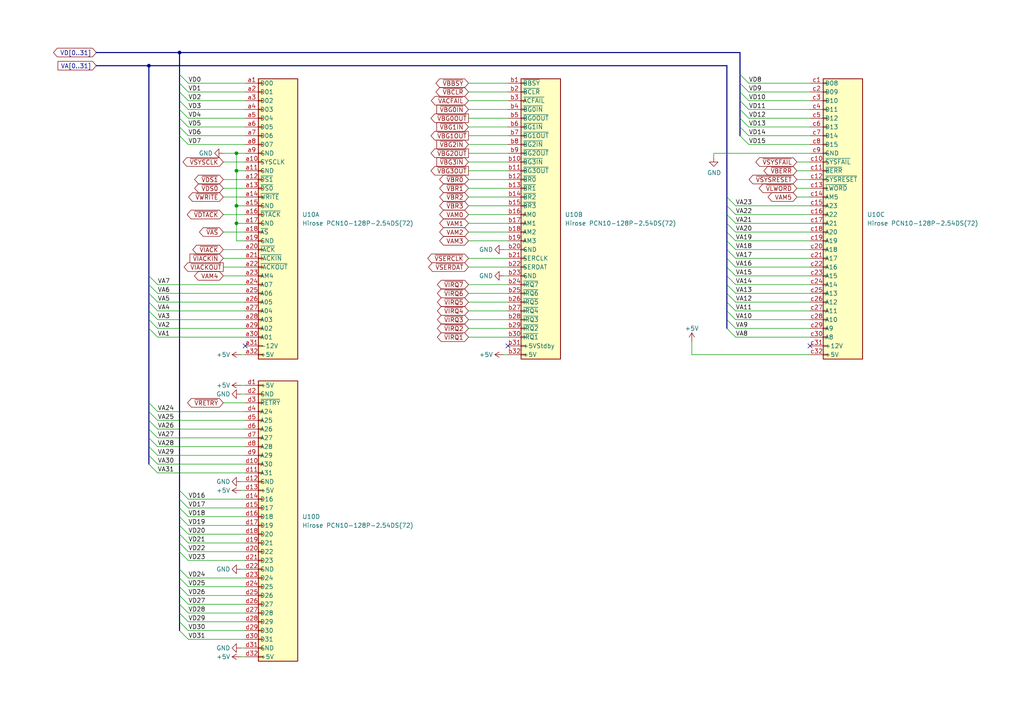
<source format=kicad_sch>
(kicad_sch (version 20230121) (generator eeschema)
  (paper "A4")
  (title_block (title "BigBoy") (rev "1"))
  (lib_symbols
    (symbol "Computie_Connectors:VME64-P1-4R-NS"
      (property "Reference" "U" (at 0 40.64 0))
      (property "Value" "VME64-P1-4R-NS" (at 0 40.64 0))
      (symbol "VME64-P1-4R-NS_1_1"
        (rectangle (start -1.27 -40.513) (end 0 -40.767) (stroke (width 0.1524)))
        (rectangle (start -1.27 -37.973) (end 0 -38.227) (stroke (width 0.1524)))
        (rectangle (start -1.27 -35.433) (end 0 -35.687) (stroke (width 0.1524)))
        (rectangle (start -1.27 -32.893) (end 0 -33.147) (stroke (width 0.1524)))
        (rectangle (start -1.27 -30.353) (end 0 -30.607) (stroke (width 0.1524)))
        (rectangle (start -1.27 -27.813) (end 0 -28.067) (stroke (width 0.1524)))
        (rectangle (start -1.27 -25.273) (end 0 -25.527) (stroke (width 0.1524)))
        (rectangle (start -1.27 -22.733) (end 0 -22.987) (stroke (width 0.1524)))
        (rectangle (start -1.27 -20.193) (end 0 -20.447) (stroke (width 0.1524)))
        (rectangle (start -1.27 -17.653) (end 0 -17.907) (stroke (width 0.1524)))
        (rectangle (start -1.27 -15.113) (end 0 -15.367) (stroke (width 0.1524)))
        (rectangle (start -1.27 -12.573) (end 0 -12.827) (stroke (width 0.1524)))
        (rectangle (start -1.27 -10.033) (end 0 -10.287) (stroke (width 0.1524)))
        (rectangle (start -1.27 -7.493) (end 0 -7.747) (stroke (width 0.1524)))
        (rectangle (start -1.27 -4.953) (end 0 -5.207) (stroke (width 0.1524)))
        (rectangle (start -1.27 -2.413) (end 0 -2.667) (stroke (width 0.1524)))
        (rectangle (start -1.27 0.127) (end 0 -0.127) (stroke (width 0.1524)))
        (rectangle (start -1.27 2.667) (end 0 2.413) (stroke (width 0.1524)))
        (rectangle (start -1.27 5.207) (end 0 4.953) (stroke (width 0.1524)))
        (rectangle (start -1.27 7.747) (end 0 7.493) (stroke (width 0.1524)))
        (rectangle (start -1.27 10.287) (end 0 10.033) (stroke (width 0.1524)))
        (rectangle (start -1.27 12.827) (end 0 12.573) (stroke (width 0.1524)))
        (rectangle (start -1.27 15.367) (end 0 15.113) (stroke (width 0.1524)))
        (rectangle (start -1.27 17.907) (end 0 17.653) (stroke (width 0.1524)))
        (rectangle (start -1.27 20.447) (end 0 20.193) (stroke (width 0.1524)))
        (rectangle (start -1.27 22.987) (end 0 22.733) (stroke (width 0.1524)))
        (rectangle (start -1.27 25.527) (end 0 25.273) (stroke (width 0.1524)))
        (rectangle (start -1.27 28.067) (end 0 27.813) (stroke (width 0.1524)))
        (rectangle (start -1.27 30.607) (end 0 30.353) (stroke (width 0.1524)))
        (rectangle (start -1.27 33.147) (end 0 32.893) (stroke (width 0.1524)))
        (rectangle (start -1.27 35.687) (end 0 35.433) (stroke (width 0.1524)))
        (rectangle (start -1.27 38.227) (end 0 37.973) (stroke (width 0.1524)))
        (rectangle (start -1.27 39.37) (end 10.16 -41.91) (stroke (width 0.254)) (fill (type background)))
        (pin bidirectional line (at -5.08 38.1 0) (length 3.81) (name "D00") (number "a1"))
        (pin output line (at -5.08 15.24 0) (length 3.81) (name "SYSCLK") (number "a10"))
        (pin power_in line (at -5.08 12.7 0) (length 3.81) (name "GND") (number "a11"))
        (pin bidirectional line (at -5.08 10.16 0) (length 3.81) (name "~{DS1}") (number "a12"))
        (pin bidirectional line (at -5.08 7.62 0) (length 3.81) (name "~{DS0}") (number "a13"))
        (pin bidirectional line (at -5.08 5.08 0) (length 3.81) (name "~{WRITE}") (number "a14"))
        (pin power_in line (at -5.08 2.54 0) (length 3.81) (name "GND") (number "a15"))
        (pin bidirectional line (at -5.08 0 0) (length 3.81) (name "~{DTACK}") (number "a16"))
        (pin power_in line (at -5.08 -2.54 0) (length 3.81) (name "GND") (number "a17"))
        (pin bidirectional line (at -5.08 -5.08 0) (length 3.81) (name "~{AS}") (number "a18"))
        (pin power_in line (at -5.08 -7.62 0) (length 3.81) (name "GND") (number "a19"))
        (pin bidirectional line (at -5.08 35.56 0) (length 3.81) (name "D01") (number "a2"))
        (pin bidirectional line (at -5.08 -10.16 0) (length 3.81) (name "~{IACK}") (number "a20"))
        (pin input line (at -5.08 -12.7 0) (length 3.81) (name "~{IACKIN}") (number "a21"))
        (pin output line (at -5.08 -15.24 0) (length 3.81) (name "~{IACKOUT}") (number "a22"))
        (pin bidirectional line (at -5.08 -17.78 0) (length 3.81) (name "AM4") (number "a23"))
        (pin bidirectional line (at -5.08 -20.32 0) (length 3.81) (name "A07") (number "a24"))
        (pin bidirectional line (at -5.08 -22.86 0) (length 3.81) (name "A06") (number "a25"))
        (pin bidirectional line (at -5.08 -25.4 0) (length 3.81) (name "A05") (number "a26"))
        (pin bidirectional line (at -5.08 -27.94 0) (length 3.81) (name "A04") (number "a27"))
        (pin bidirectional line (at -5.08 -30.48 0) (length 3.81) (name "A03") (number "a28"))
        (pin bidirectional line (at -5.08 -33.02 0) (length 3.81) (name "A02") (number "a29"))
        (pin bidirectional line (at -5.08 33.02 0) (length 3.81) (name "D02") (number "a3"))
        (pin bidirectional line (at -5.08 -35.56 0) (length 3.81) (name "A01") (number "a30"))
        (pin power_in line (at -5.08 -38.1 0) (length 3.81) (name "-12V") (number "a31"))
        (pin power_in line (at -5.08 -40.64 0) (length 3.81) (name "+5V") (number "a32"))
        (pin bidirectional line (at -5.08 30.48 0) (length 3.81) (name "D03") (number "a4"))
        (pin bidirectional line (at -5.08 27.94 0) (length 3.81) (name "D04") (number "a5"))
        (pin bidirectional line (at -5.08 25.4 0) (length 3.81) (name "D05") (number "a6"))
        (pin bidirectional line (at -5.08 22.86 0) (length 3.81) (name "D06") (number "a7"))
        (pin bidirectional line (at -5.08 20.32 0) (length 3.81) (name "D07") (number "a8"))
        (pin power_in line (at -5.08 17.78 0) (length 3.81) (name "GND") (number "a9"))
      )
      (symbol "VME64-P1-4R-NS_2_1"
        (rectangle (start -1.27 -40.513) (end 0 -40.767) (stroke (width 0.1524)))
        (rectangle (start -1.27 -37.973) (end 0 -38.227) (stroke (width 0.1524)))
        (rectangle (start -1.27 -35.433) (end 0 -35.687) (stroke (width 0.1524)))
        (rectangle (start -1.27 -32.893) (end 0 -33.147) (stroke (width 0.1524)))
        (rectangle (start -1.27 -30.353) (end 0 -30.607) (stroke (width 0.1524)))
        (rectangle (start -1.27 -27.813) (end 0 -28.067) (stroke (width 0.1524)))
        (rectangle (start -1.27 -25.273) (end 0 -25.527) (stroke (width 0.1524)))
        (rectangle (start -1.27 -22.733) (end 0 -22.987) (stroke (width 0.1524)))
        (rectangle (start -1.27 -20.193) (end 0 -20.447) (stroke (width 0.1524)))
        (rectangle (start -1.27 -17.653) (end 0 -17.907) (stroke (width 0.1524)))
        (rectangle (start -1.27 -15.113) (end 0 -15.367) (stroke (width 0.1524)))
        (rectangle (start -1.27 -12.573) (end 0 -12.827) (stroke (width 0.1524)))
        (rectangle (start -1.27 -10.033) (end 0 -10.287) (stroke (width 0.1524)))
        (rectangle (start -1.27 -7.493) (end 0 -7.747) (stroke (width 0.1524)))
        (rectangle (start -1.27 -4.953) (end 0 -5.207) (stroke (width 0.1524)))
        (rectangle (start -1.27 -2.413) (end 0 -2.667) (stroke (width 0.1524)))
        (rectangle (start -1.27 0.127) (end 0 -0.127) (stroke (width 0.1524)))
        (rectangle (start -1.27 2.667) (end 0 2.413) (stroke (width 0.1524)))
        (rectangle (start -1.27 5.207) (end 0 4.953) (stroke (width 0.1524)))
        (rectangle (start -1.27 7.747) (end 0 7.493) (stroke (width 0.1524)))
        (rectangle (start -1.27 10.287) (end 0 10.033) (stroke (width 0.1524)))
        (rectangle (start -1.27 12.827) (end 0 12.573) (stroke (width 0.1524)))
        (rectangle (start -1.27 15.367) (end 0 15.113) (stroke (width 0.1524)))
        (rectangle (start -1.27 17.907) (end 0 17.653) (stroke (width 0.1524)))
        (rectangle (start -1.27 20.447) (end 0 20.193) (stroke (width 0.1524)))
        (rectangle (start -1.27 22.987) (end 0 22.733) (stroke (width 0.1524)))
        (rectangle (start -1.27 25.527) (end 0 25.273) (stroke (width 0.1524)))
        (rectangle (start -1.27 28.067) (end 0 27.813) (stroke (width 0.1524)))
        (rectangle (start -1.27 30.607) (end 0 30.353) (stroke (width 0.1524)))
        (rectangle (start -1.27 33.147) (end 0 32.893) (stroke (width 0.1524)))
        (rectangle (start -1.27 35.687) (end 0 35.433) (stroke (width 0.1524)))
        (rectangle (start -1.27 38.227) (end 0 37.973) (stroke (width 0.1524)))
        (rectangle (start -1.27 39.37) (end 10.16 -41.91) (stroke (width 0.254)) (fill (type background)))
        (pin bidirectional line (at -5.08 38.1 0) (length 3.81) (name "~{BBSY}") (number "b1"))
        (pin input line (at -5.08 15.24 0) (length 3.81) (name "~{BG3IN}") (number "b10"))
        (pin output line (at -5.08 12.7 0) (length 3.81) (name "~{BG3OUT}") (number "b11"))
        (pin bidirectional line (at -5.08 10.16 0) (length 3.81) (name "~{BR0}") (number "b12"))
        (pin bidirectional line (at -5.08 7.62 0) (length 3.81) (name "~{BR1}") (number "b13"))
        (pin bidirectional line (at -5.08 5.08 0) (length 3.81) (name "~{BR2}") (number "b14"))
        (pin bidirectional line (at -5.08 2.54 0) (length 3.81) (name "~{BR3}") (number "b15"))
        (pin bidirectional line (at -5.08 0 0) (length 3.81) (name "AM0") (number "b16"))
        (pin bidirectional line (at -5.08 -2.54 0) (length 3.81) (name "AM1") (number "b17"))
        (pin bidirectional line (at -5.08 -5.08 0) (length 3.81) (name "AM2") (number "b18"))
        (pin bidirectional line (at -5.08 -7.62 0) (length 3.81) (name "AM3") (number "b19"))
        (pin bidirectional line (at -5.08 35.56 0) (length 3.81) (name "~{BCLR}") (number "b2"))
        (pin power_in line (at -5.08 -10.16 0) (length 3.81) (name "GND") (number "b20"))
        (pin bidirectional line (at -5.08 -12.7 0) (length 3.81) (name "SERCLK") (number "b21"))
        (pin bidirectional line (at -5.08 -15.24 0) (length 3.81) (name "SERDAT") (number "b22"))
        (pin power_in line (at -5.08 -17.78 0) (length 3.81) (name "GND") (number "b23"))
        (pin bidirectional line (at -5.08 -20.32 0) (length 3.81) (name "~{IRQ7}") (number "b24"))
        (pin bidirectional line (at -5.08 -22.86 0) (length 3.81) (name "~{IRQ6}") (number "b25"))
        (pin bidirectional line (at -5.08 -25.4 0) (length 3.81) (name "~{IRQ5}") (number "b26"))
        (pin bidirectional line (at -5.08 -27.94 0) (length 3.81) (name "~{IRQ4}") (number "b27"))
        (pin bidirectional line (at -5.08 -30.48 0) (length 3.81) (name "~{IRQ3}") (number "b28"))
        (pin bidirectional line (at -5.08 -33.02 0) (length 3.81) (name "~{IRQ2}") (number "b29"))
        (pin output line (at -5.08 33.02 0) (length 3.81) (name "~{ACFAIL}") (number "b3"))
        (pin bidirectional line (at -5.08 -35.56 0) (length 3.81) (name "~{IRQ1}") (number "b30"))
        (pin power_in line (at -5.08 -38.1 0) (length 3.81) (name "+5VStdby") (number "b31"))
        (pin power_in line (at -5.08 -40.64 0) (length 3.81) (name "+5V") (number "b32"))
        (pin input line (at -5.08 30.48 0) (length 3.81) (name "~{BG0IN}") (number "b4"))
        (pin output line (at -5.08 27.94 0) (length 3.81) (name "~{BG0OUT}") (number "b5"))
        (pin input line (at -5.08 25.4 0) (length 3.81) (name "~{BG1IN}") (number "b6"))
        (pin output line (at -5.08 22.86 0) (length 3.81) (name "~{BG1OUT}") (number "b7"))
        (pin input line (at -5.08 20.32 0) (length 3.81) (name "~{BG2IN}") (number "b8"))
        (pin output line (at -5.08 17.78 0) (length 3.81) (name "~{BG2OUT}") (number "b9"))
      )
      (symbol "VME64-P1-4R-NS_3_1"
        (rectangle (start -1.27 -40.513) (end 0 -40.767) (stroke (width 0.1524)))
        (rectangle (start -1.27 -37.973) (end 0 -38.227) (stroke (width 0.1524)))
        (rectangle (start -1.27 -35.433) (end 0 -35.687) (stroke (width 0.1524)))
        (rectangle (start -1.27 -32.893) (end 0 -33.147) (stroke (width 0.1524)))
        (rectangle (start -1.27 -30.353) (end 0 -30.607) (stroke (width 0.1524)))
        (rectangle (start -1.27 -27.813) (end 0 -28.067) (stroke (width 0.1524)))
        (rectangle (start -1.27 -25.273) (end 0 -25.527) (stroke (width 0.1524)))
        (rectangle (start -1.27 -22.733) (end 0 -22.987) (stroke (width 0.1524)))
        (rectangle (start -1.27 -20.193) (end 0 -20.447) (stroke (width 0.1524)))
        (rectangle (start -1.27 -17.653) (end 0 -17.907) (stroke (width 0.1524)))
        (rectangle (start -1.27 -15.113) (end 0 -15.367) (stroke (width 0.1524)))
        (rectangle (start -1.27 -12.573) (end 0 -12.827) (stroke (width 0.1524)))
        (rectangle (start -1.27 -10.033) (end 0 -10.287) (stroke (width 0.1524)))
        (rectangle (start -1.27 -7.493) (end 0 -7.747) (stroke (width 0.1524)))
        (rectangle (start -1.27 -4.953) (end 0 -5.207) (stroke (width 0.1524)))
        (rectangle (start -1.27 -2.413) (end 0 -2.667) (stroke (width 0.1524)))
        (rectangle (start -1.27 0.127) (end 0 -0.127) (stroke (width 0.1524)))
        (rectangle (start -1.27 2.667) (end 0 2.413) (stroke (width 0.1524)))
        (rectangle (start -1.27 5.207) (end 0 4.953) (stroke (width 0.1524)))
        (rectangle (start -1.27 7.747) (end 0 7.493) (stroke (width 0.1524)))
        (rectangle (start -1.27 10.287) (end 0 10.033) (stroke (width 0.1524)))
        (rectangle (start -1.27 12.827) (end 0 12.573) (stroke (width 0.1524)))
        (rectangle (start -1.27 15.367) (end 0 15.113) (stroke (width 0.1524)))
        (rectangle (start -1.27 17.907) (end 0 17.653) (stroke (width 0.1524)))
        (rectangle (start -1.27 20.447) (end 0 20.193) (stroke (width 0.1524)))
        (rectangle (start -1.27 22.987) (end 0 22.733) (stroke (width 0.1524)))
        (rectangle (start -1.27 25.527) (end 0 25.273) (stroke (width 0.1524)))
        (rectangle (start -1.27 28.067) (end 0 27.813) (stroke (width 0.1524)))
        (rectangle (start -1.27 30.607) (end 0 30.353) (stroke (width 0.1524)))
        (rectangle (start -1.27 33.147) (end 0 32.893) (stroke (width 0.1524)))
        (rectangle (start -1.27 35.687) (end 0 35.433) (stroke (width 0.1524)))
        (rectangle (start -1.27 38.227) (end 0 37.973) (stroke (width 0.1524)))
        (rectangle (start -1.27 39.37) (end 10.16 -41.91) (stroke (width 0.254)) (fill (type background)))
        (pin bidirectional line (at -5.08 38.1 0) (length 3.81) (name "D08") (number "c1"))
        (pin bidirectional line (at -5.08 15.24 0) (length 3.81) (name "~{SYSFAIL}") (number "c10"))
        (pin bidirectional line (at -5.08 12.7 0) (length 3.81) (name "~{BERR}") (number "c11"))
        (pin bidirectional line (at -5.08 10.16 0) (length 3.81) (name "~{SYSRESET}") (number "c12"))
        (pin bidirectional line (at -5.08 7.62 0) (length 3.81) (name "~{LWORD}") (number "c13"))
        (pin bidirectional line (at -5.08 5.08 0) (length 3.81) (name "AM5") (number "c14"))
        (pin bidirectional line (at -5.08 2.54 0) (length 3.81) (name "A23") (number "c15"))
        (pin bidirectional line (at -5.08 0 0) (length 3.81) (name "A22") (number "c16"))
        (pin bidirectional line (at -5.08 -2.54 0) (length 3.81) (name "A21") (number "c17"))
        (pin bidirectional line (at -5.08 -5.08 0) (length 3.81) (name "A20") (number "c18"))
        (pin bidirectional line (at -5.08 -7.62 0) (length 3.81) (name "A19") (number "c19"))
        (pin bidirectional line (at -5.08 35.56 0) (length 3.81) (name "D09") (number "c2"))
        (pin bidirectional line (at -5.08 -10.16 0) (length 3.81) (name "A18") (number "c20"))
        (pin bidirectional line (at -5.08 -12.7 0) (length 3.81) (name "A17") (number "c21"))
        (pin bidirectional line (at -5.08 -15.24 0) (length 3.81) (name "A16") (number "c22"))
        (pin bidirectional line (at -5.08 -17.78 0) (length 3.81) (name "A15") (number "c23"))
        (pin bidirectional line (at -5.08 -20.32 0) (length 3.81) (name "A14") (number "c24"))
        (pin bidirectional line (at -5.08 -22.86 0) (length 3.81) (name "A13") (number "c25"))
        (pin bidirectional line (at -5.08 -25.4 0) (length 3.81) (name "A12") (number "c26"))
        (pin bidirectional line (at -5.08 -27.94 0) (length 3.81) (name "A11") (number "c27"))
        (pin bidirectional line (at -5.08 -30.48 0) (length 3.81) (name "A10") (number "c28"))
        (pin bidirectional line (at -5.08 -33.02 0) (length 3.81) (name "A9") (number "c29"))
        (pin bidirectional line (at -5.08 33.02 0) (length 3.81) (name "D10") (number "c3"))
        (pin bidirectional line (at -5.08 -35.56 0) (length 3.81) (name "A8") (number "c30"))
        (pin power_in line (at -5.08 -38.1 0) (length 3.81) (name "+12V") (number "c31"))
        (pin power_in line (at -5.08 -40.64 0) (length 3.81) (name "+5V") (number "c32"))
        (pin bidirectional line (at -5.08 30.48 0) (length 3.81) (name "D11") (number "c4"))
        (pin bidirectional line (at -5.08 27.94 0) (length 3.81) (name "D12") (number "c5"))
        (pin bidirectional line (at -5.08 25.4 0) (length 3.81) (name "D13") (number "c6"))
        (pin bidirectional line (at -5.08 22.86 0) (length 3.81) (name "D14") (number "c7"))
        (pin bidirectional line (at -5.08 20.32 0) (length 3.81) (name "D15") (number "c8"))
        (pin power_in line (at -5.08 17.78 0) (length 3.81) (name "GND") (number "c9"))
      )
      (symbol "VME64-P1-4R-NS_4_1"
        (rectangle (start -1.27 -40.513) (end 0 -40.767) (stroke (width 0.1524)))
        (rectangle (start -1.27 -37.973) (end 0 -38.227) (stroke (width 0.1524)))
        (rectangle (start -1.27 -35.433) (end 0 -35.687) (stroke (width 0.1524)))
        (rectangle (start -1.27 -32.893) (end 0 -33.147) (stroke (width 0.1524)))
        (rectangle (start -1.27 -30.353) (end 0 -30.607) (stroke (width 0.1524)))
        (rectangle (start -1.27 -27.813) (end 0 -28.067) (stroke (width 0.1524)))
        (rectangle (start -1.27 -25.273) (end 0 -25.527) (stroke (width 0.1524)))
        (rectangle (start -1.27 -22.733) (end 0 -22.987) (stroke (width 0.1524)))
        (rectangle (start -1.27 -20.193) (end 0 -20.447) (stroke (width 0.1524)))
        (rectangle (start -1.27 -17.653) (end 0 -17.907) (stroke (width 0.1524)))
        (rectangle (start -1.27 -15.113) (end 0 -15.367) (stroke (width 0.1524)))
        (rectangle (start -1.27 -12.573) (end 0 -12.827) (stroke (width 0.1524)))
        (rectangle (start -1.27 -10.033) (end 0 -10.287) (stroke (width 0.1524)))
        (rectangle (start -1.27 -7.493) (end 0 -7.747) (stroke (width 0.1524)))
        (rectangle (start -1.27 -4.953) (end 0 -5.207) (stroke (width 0.1524)))
        (rectangle (start -1.27 -2.413) (end 0 -2.667) (stroke (width 0.1524)))
        (rectangle (start -1.27 0.127) (end 0 -0.127) (stroke (width 0.1524)))
        (rectangle (start -1.27 2.667) (end 0 2.413) (stroke (width 0.1524)))
        (rectangle (start -1.27 5.207) (end 0 4.953) (stroke (width 0.1524)))
        (rectangle (start -1.27 7.747) (end 0 7.493) (stroke (width 0.1524)))
        (rectangle (start -1.27 10.287) (end 0 10.033) (stroke (width 0.1524)))
        (rectangle (start -1.27 12.827) (end 0 12.573) (stroke (width 0.1524)))
        (rectangle (start -1.27 15.367) (end 0 15.113) (stroke (width 0.1524)))
        (rectangle (start -1.27 17.907) (end 0 17.653) (stroke (width 0.1524)))
        (rectangle (start -1.27 20.447) (end 0 20.193) (stroke (width 0.1524)))
        (rectangle (start -1.27 22.987) (end 0 22.733) (stroke (width 0.1524)))
        (rectangle (start -1.27 25.527) (end 0 25.273) (stroke (width 0.1524)))
        (rectangle (start -1.27 28.067) (end 0 27.813) (stroke (width 0.1524)))
        (rectangle (start -1.27 30.607) (end 0 30.353) (stroke (width 0.1524)))
        (rectangle (start -1.27 33.147) (end 0 32.893) (stroke (width 0.1524)))
        (rectangle (start -1.27 35.687) (end 0 35.433) (stroke (width 0.1524)))
        (rectangle (start -1.27 38.227) (end 0 37.973) (stroke (width 0.1524)))
        (rectangle (start -1.27 39.37) (end 10.16 -41.91) (stroke (width 0.254)) (fill (type background)))
        (pin power_in line (at -5.08 38.1 0) (length 3.81) (name "+5V") (number "d1"))
        (pin bidirectional line (at -5.08 15.24 0) (length 3.81) (name "A30") (number "d10"))
        (pin bidirectional line (at -5.08 12.7 0) (length 3.81) (name "A31") (number "d11"))
        (pin power_in line (at -5.08 10.16 0) (length 3.81) (name "GND") (number "d12"))
        (pin power_in line (at -5.08 7.62 0) (length 3.81) (name "+5V") (number "d13"))
        (pin bidirectional line (at -5.08 5.08 0) (length 3.81) (name "D16") (number "d14"))
        (pin bidirectional line (at -5.08 2.54 0) (length 3.81) (name "D17") (number "d15"))
        (pin bidirectional line (at -5.08 0 0) (length 3.81) (name "D18") (number "d16"))
        (pin bidirectional line (at -5.08 -2.54 0) (length 3.81) (name "D19") (number "d17"))
        (pin bidirectional line (at -5.08 -5.08 0) (length 3.81) (name "D20") (number "d18"))
        (pin bidirectional line (at -5.08 -7.62 0) (length 3.81) (name "D21") (number "d19"))
        (pin power_in line (at -5.08 35.56 0) (length 3.81) (name "GND") (number "d2"))
        (pin bidirectional line (at -5.08 -10.16 0) (length 3.81) (name "D22") (number "d20"))
        (pin bidirectional line (at -5.08 -12.7 0) (length 3.81) (name "D23") (number "d21"))
        (pin power_in line (at -5.08 -15.24 0) (length 3.81) (name "GND") (number "d22"))
        (pin bidirectional line (at -5.08 -17.78 0) (length 3.81) (name "D24") (number "d23"))
        (pin bidirectional line (at -5.08 -20.32 0) (length 3.81) (name "D25") (number "d24"))
        (pin bidirectional line (at -5.08 -22.86 0) (length 3.81) (name "D26") (number "d25"))
        (pin bidirectional line (at -5.08 -25.4 0) (length 3.81) (name "D27") (number "d26"))
        (pin bidirectional line (at -5.08 -27.94 0) (length 3.81) (name "D28") (number "d27"))
        (pin bidirectional line (at -5.08 -30.48 0) (length 3.81) (name "D29") (number "d28"))
        (pin bidirectional line (at -5.08 -33.02 0) (length 3.81) (name "D30") (number "d29"))
        (pin bidirectional line (at -5.08 33.02 0) (length 3.81) (name "~{RETRY}") (number "d3"))
        (pin bidirectional line (at -5.08 -35.56 0) (length 3.81) (name "D31") (number "d30"))
        (pin power_in line (at -5.08 -38.1 0) (length 3.81) (name "GND") (number "d31"))
        (pin power_in line (at -5.08 -40.64 0) (length 3.81) (name "+5V") (number "d32"))
        (pin bidirectional line (at -5.08 30.48 0) (length 3.81) (name "A24") (number "d4"))
        (pin bidirectional line (at -5.08 27.94 0) (length 3.81) (name "A25") (number "d5"))
        (pin bidirectional line (at -5.08 25.4 0) (length 3.81) (name "A26") (number "d6"))
        (pin bidirectional line (at -5.08 22.86 0) (length 3.81) (name "A27") (number "d7"))
        (pin bidirectional line (at -5.08 20.32 0) (length 3.81) (name "A28") (number "d8"))
        (pin bidirectional line (at -5.08 17.78 0) (length 3.81) (name "A29") (number "d9"))
      )
    )
    (symbol "power:+5V" (power) (pin_names (offset 0))
      (property "Value" "+5V" (at 0 3.556 0))
      (symbol "+5V_0_1"
        (polyline (pts (xy -0.762 1.27) (xy 0 2.54)))
        (polyline (pts (xy 0 0) (xy 0 2.54)))
        (polyline (pts (xy 0 2.54) (xy 0.762 1.27)))
      )
      (symbol "+5V_1_1"
        (pin power_in line (at 0 0 90) (length 0) hide (name "+5V") (number "1"))
      )
    )
    (symbol "power:GND" (power) (pin_names (offset 0))
      (property "Value" "GND" (at 0 -3.81 0))
      (symbol "GND_0_1"
        (polyline (pts (xy 0 0) (xy 0 -1.27) (xy 1.27 -1.27) (xy 0 -2.54) (xy -1.27 -1.27) (xy 0 -1.27)))
      )
      (symbol "GND_1_1"
        (pin power_in line (at 0 0 270) (length 0) hide (name "GND") (number "1"))
      )
    )
  )
  (junction (at 68.58 59.69))
  (junction (at 68.58 64.77))
  (junction (at 68.58 49.53))
  (junction (at 68.58 44.45))
  (junction (at 52.07 15.24))
  (junction (at 43.18 19.05))
  (no_connect (at 234.95 100.33))
  (no_connect (at 71.12 100.33))
  (no_connect (at 147.32 100.33))
  (bus_entry (at 217.17 24.13) (size -2.54 -2.54))
  (bus_entry (at 45.72 124.46) (size -2.54 -2.54))
  (bus_entry (at 54.61 162.56) (size -2.54 -2.54))
  (bus_entry (at 217.17 41.91) (size -2.54 -2.54))
  (bus_entry (at 54.61 36.83) (size -2.54 -2.54))
  (bus_entry (at 54.61 182.88) (size -2.54 -2.54))
  (bus_entry (at 45.72 85.09) (size -2.54 -2.54))
  (bus_entry (at 45.72 95.25) (size -2.54 -2.54))
  (bus_entry (at 213.36 62.23) (size -2.54 -2.54))
  (bus_entry (at 54.61 144.78) (size -2.54 -2.54))
  (bus_entry (at 213.36 90.17) (size -2.54 -2.54))
  (bus_entry (at 45.72 82.55) (size -2.54 -2.54))
  (bus_entry (at 54.61 177.8) (size -2.54 -2.54))
  (bus_entry (at 213.36 59.69) (size -2.54 -2.54))
  (bus_entry (at 54.61 170.18) (size -2.54 -2.54))
  (bus_entry (at 45.72 137.16) (size -2.54 -2.54))
  (bus_entry (at 213.36 95.25) (size -2.54 -2.54))
  (bus_entry (at 213.36 74.93) (size -2.54 -2.54))
  (bus_entry (at 213.36 64.77) (size -2.54 -2.54))
  (bus_entry (at 217.17 39.37) (size -2.54 -2.54))
  (bus_entry (at 213.36 69.85) (size -2.54 -2.54))
  (bus_entry (at 217.17 34.29) (size -2.54 -2.54))
  (bus_entry (at 54.61 167.64) (size -2.54 -2.54))
  (bus_entry (at 54.61 147.32) (size -2.54 -2.54))
  (bus_entry (at 54.61 157.48) (size -2.54 -2.54))
  (bus_entry (at 45.72 121.92) (size -2.54 -2.54))
  (bus_entry (at 213.36 67.31) (size -2.54 -2.54))
  (bus_entry (at 45.72 92.71) (size -2.54 -2.54))
  (bus_entry (at 45.72 134.62) (size -2.54 -2.54))
  (bus_entry (at 54.61 149.86) (size -2.54 -2.54))
  (bus_entry (at 54.61 172.72) (size -2.54 -2.54))
  (bus_entry (at 54.61 24.13) (size -2.54 -2.54))
  (bus_entry (at 217.17 29.21) (size -2.54 -2.54))
  (bus_entry (at 54.61 39.37) (size -2.54 -2.54))
  (bus_entry (at 213.36 97.79) (size -2.54 -2.54))
  (bus_entry (at 54.61 41.91) (size -2.54 -2.54))
  (bus_entry (at 54.61 160.02) (size -2.54 -2.54))
  (bus_entry (at 45.72 87.63) (size -2.54 -2.54))
  (bus_entry (at 54.61 154.94) (size -2.54 -2.54))
  (bus_entry (at 54.61 31.75) (size -2.54 -2.54))
  (bus_entry (at 54.61 175.26) (size -2.54 -2.54))
  (bus_entry (at 45.72 90.17) (size -2.54 -2.54))
  (bus_entry (at 54.61 34.29) (size -2.54 -2.54))
  (bus_entry (at 213.36 77.47) (size -2.54 -2.54))
  (bus_entry (at 54.61 180.34) (size -2.54 -2.54))
  (bus_entry (at 217.17 36.83) (size -2.54 -2.54))
  (bus_entry (at 45.72 129.54) (size -2.54 -2.54))
  (bus_entry (at 213.36 80.01) (size -2.54 -2.54))
  (bus_entry (at 213.36 72.39) (size -2.54 -2.54))
  (bus_entry (at 54.61 26.67) (size -2.54 -2.54))
  (bus_entry (at 213.36 87.63) (size -2.54 -2.54))
  (bus_entry (at 213.36 85.09) (size -2.54 -2.54))
  (bus_entry (at 45.72 127) (size -2.54 -2.54))
  (bus_entry (at 45.72 97.79) (size -2.54 -2.54))
  (bus_entry (at 217.17 26.67) (size -2.54 -2.54))
  (bus_entry (at 217.17 31.75) (size -2.54 -2.54))
  (bus_entry (at 213.36 92.71) (size -2.54 -2.54))
  (bus_entry (at 45.72 119.38) (size -2.54 -2.54))
  (bus_entry (at 45.72 132.08) (size -2.54 -2.54))
  (bus_entry (at 54.61 29.21) (size -2.54 -2.54))
  (bus_entry (at 54.61 185.42) (size -2.54 -2.54))
  (bus_entry (at 213.36 82.55) (size -2.54 -2.54))
  (bus_entry (at 54.61 152.4) (size -2.54 -2.54))
  (wire (pts (xy 54.61 39.37) (xy 71.12 39.37)))
  (bus (pts (xy 43.18 127) (xy 43.18 129.54)))
  (wire (pts (xy 64.77 46.99) (xy 71.12 46.99)))
  (wire (pts (xy 69.85 102.87) (xy 71.12 102.87)))
  (bus (pts (xy 52.07 147.32) (xy 52.07 149.86)))
  (wire (pts (xy 54.61 154.94) (xy 71.12 154.94)))
  (wire (pts (xy 71.12 114.3) (xy 69.85 114.3)))
  (wire (pts (xy 54.61 180.34) (xy 71.12 180.34)))
  (wire (pts (xy 69.85 111.76) (xy 71.12 111.76)))
  (wire (pts (xy 64.77 74.93) (xy 71.12 74.93)))
  (wire (pts (xy 68.58 44.45) (xy 68.58 49.53)))
  (bus (pts (xy 52.07 177.8) (xy 52.07 180.34)))
  (wire (pts (xy 45.72 124.46) (xy 71.12 124.46)))
  (wire (pts (xy 213.36 62.23) (xy 234.95 62.23)))
  (bus (pts (xy 210.82 19.05) (xy 210.82 57.15)))
  (bus (pts (xy 43.18 129.54) (xy 43.18 132.08)))
  (wire (pts (xy 207.01 44.45) (xy 234.95 44.45)))
  (bus (pts (xy 214.63 31.75) (xy 214.63 34.29)))
  (wire (pts (xy 71.12 44.45) (xy 68.58 44.45)))
  (wire (pts (xy 135.89 24.13) (xy 147.32 24.13)))
  (wire (pts (xy 64.77 44.45) (xy 68.58 44.45)))
  (bus (pts (xy 52.07 21.59) (xy 52.07 24.13)))
  (wire (pts (xy 68.58 59.69) (xy 71.12 59.69)))
  (bus (pts (xy 210.82 87.63) (xy 210.82 90.17)))
  (wire (pts (xy 45.72 129.54) (xy 71.12 129.54)))
  (bus (pts (xy 210.82 90.17) (xy 210.82 92.71)))
  (wire (pts (xy 135.89 31.75) (xy 147.32 31.75)))
  (bus (pts (xy 210.82 82.55) (xy 210.82 85.09)))
  (wire (pts (xy 231.14 57.15) (xy 234.95 57.15)))
  (wire (pts (xy 135.89 87.63) (xy 147.32 87.63)))
  (bus (pts (xy 43.18 116.84) (xy 43.18 119.38)))
  (wire (pts (xy 217.17 39.37) (xy 234.95 39.37)))
  (wire (pts (xy 213.36 69.85) (xy 234.95 69.85)))
  (wire (pts (xy 213.36 92.71) (xy 234.95 92.71)))
  (wire (pts (xy 200.66 102.87) (xy 234.95 102.87)))
  (wire (pts (xy 68.58 69.85) (xy 71.12 69.85)))
  (wire (pts (xy 135.89 90.17) (xy 147.32 90.17)))
  (wire (pts (xy 213.36 85.09) (xy 234.95 85.09)))
  (bus (pts (xy 52.07 15.24) (xy 52.07 21.59)))
  (wire (pts (xy 54.61 167.64) (xy 71.12 167.64)))
  (wire (pts (xy 213.36 67.31) (xy 234.95 67.31)))
  (wire (pts (xy 213.36 72.39) (xy 234.95 72.39)))
  (wire (pts (xy 135.89 74.93) (xy 147.32 74.93)))
  (bus (pts (xy 210.82 80.01) (xy 210.82 82.55)))
  (wire (pts (xy 64.77 72.39) (xy 71.12 72.39)))
  (bus (pts (xy 52.07 170.18) (xy 52.07 172.72)))
  (wire (pts (xy 54.61 152.4) (xy 71.12 152.4)))
  (wire (pts (xy 231.14 46.99) (xy 234.95 46.99)))
  (bus (pts (xy 27.94 15.24) (xy 52.07 15.24)))
  (bus (pts (xy 210.82 64.77) (xy 210.82 67.31)))
  (bus (pts (xy 52.07 24.13) (xy 52.07 26.67)))
  (wire (pts (xy 64.77 67.31) (xy 71.12 67.31)))
  (wire (pts (xy 45.72 132.08) (xy 71.12 132.08)))
  (wire (pts (xy 45.72 134.62) (xy 71.12 134.62)))
  (wire (pts (xy 54.61 144.78) (xy 71.12 144.78)))
  (wire (pts (xy 68.58 64.77) (xy 68.58 69.85)))
  (wire (pts (xy 217.17 41.91) (xy 234.95 41.91)))
  (bus (pts (xy 43.18 95.25) (xy 43.18 92.71)))
  (wire (pts (xy 64.77 54.61) (xy 71.12 54.61)))
  (bus (pts (xy 43.18 119.38) (xy 43.18 121.92)))
  (wire (pts (xy 217.17 24.13) (xy 234.95 24.13)))
  (wire (pts (xy 45.72 92.71) (xy 71.12 92.71)))
  (wire (pts (xy 231.14 52.07) (xy 234.95 52.07)))
  (bus (pts (xy 52.07 26.67) (xy 52.07 29.21)))
  (wire (pts (xy 45.72 90.17) (xy 71.12 90.17)))
  (bus (pts (xy 52.07 142.24) (xy 52.07 144.78)))
  (wire (pts (xy 135.89 59.69) (xy 147.32 59.69)))
  (wire (pts (xy 45.72 85.09) (xy 71.12 85.09)))
  (bus (pts (xy 43.18 95.25) (xy 43.18 116.84)))
  (wire (pts (xy 54.61 41.91) (xy 71.12 41.91)))
  (wire (pts (xy 64.77 57.15) (xy 71.12 57.15)))
  (wire (pts (xy 135.89 26.67) (xy 147.32 26.67)))
  (wire (pts (xy 146.05 80.01) (xy 147.32 80.01)))
  (wire (pts (xy 217.17 34.29) (xy 234.95 34.29)))
  (bus (pts (xy 43.18 90.17) (xy 43.18 87.63)))
  (bus (pts (xy 214.63 29.21) (xy 214.63 31.75)))
  (wire (pts (xy 135.89 57.15) (xy 147.32 57.15)))
  (wire (pts (xy 54.61 162.56) (xy 71.12 162.56)))
  (wire (pts (xy 71.12 187.96) (xy 69.85 187.96)))
  (wire (pts (xy 135.89 82.55) (xy 147.32 82.55)))
  (wire (pts (xy 64.77 116.84) (xy 71.12 116.84)))
  (wire (pts (xy 135.89 69.85) (xy 147.32 69.85)))
  (wire (pts (xy 213.36 74.93) (xy 234.95 74.93)))
  (bus (pts (xy 210.82 72.39) (xy 210.82 74.93)))
  (wire (pts (xy 64.77 80.01) (xy 71.12 80.01)))
  (bus (pts (xy 52.07 167.64) (xy 52.07 170.18)))
  (bus (pts (xy 52.07 160.02) (xy 52.07 165.1)))
  (wire (pts (xy 146.05 72.39) (xy 147.32 72.39)))
  (bus (pts (xy 52.07 165.1) (xy 52.07 167.64)))
  (wire (pts (xy 213.36 80.01) (xy 234.95 80.01)))
  (wire (pts (xy 45.72 82.55) (xy 71.12 82.55)))
  (wire (pts (xy 135.89 44.45) (xy 147.32 44.45)))
  (bus (pts (xy 214.63 15.24) (xy 214.63 21.59)))
  (wire (pts (xy 135.89 52.07) (xy 147.32 52.07)))
  (wire (pts (xy 213.36 90.17) (xy 234.95 90.17)))
  (wire (pts (xy 135.89 97.79) (xy 147.32 97.79)))
  (wire (pts (xy 64.77 52.07) (xy 71.12 52.07)))
  (wire (pts (xy 71.12 64.77) (xy 68.58 64.77)))
  (wire (pts (xy 146.05 102.87) (xy 147.32 102.87)))
  (wire (pts (xy 217.17 36.83) (xy 234.95 36.83)))
  (bus (pts (xy 52.07 36.83) (xy 52.07 39.37)))
  (bus (pts (xy 43.18 19.05) (xy 210.82 19.05)))
  (wire (pts (xy 54.61 31.75) (xy 71.12 31.75)))
  (wire (pts (xy 200.66 99.06) (xy 200.66 102.87)))
  (wire (pts (xy 135.89 34.29) (xy 147.32 34.29)))
  (bus (pts (xy 210.82 57.15) (xy 210.82 59.69)))
  (wire (pts (xy 213.36 87.63) (xy 234.95 87.63)))
  (wire (pts (xy 69.85 139.7) (xy 71.12 139.7)))
  (bus (pts (xy 43.18 92.71) (xy 43.18 90.17)))
  (wire (pts (xy 231.14 54.61) (xy 234.95 54.61)))
  (wire (pts (xy 217.17 26.67) (xy 234.95 26.67)))
  (wire (pts (xy 54.61 149.86) (xy 71.12 149.86)))
  (wire (pts (xy 213.36 95.25) (xy 234.95 95.25)))
  (bus (pts (xy 43.18 82.55) (xy 43.18 85.09)))
  (wire (pts (xy 71.12 49.53) (xy 68.58 49.53)))
  (wire (pts (xy 45.72 121.92) (xy 71.12 121.92)))
  (wire (pts (xy 135.89 49.53) (xy 147.32 49.53)))
  (wire (pts (xy 135.89 64.77) (xy 147.32 64.77)))
  (wire (pts (xy 45.72 137.16) (xy 71.12 137.16)))
  (wire (pts (xy 45.72 87.63) (xy 71.12 87.63)))
  (wire (pts (xy 217.17 31.75) (xy 234.95 31.75)))
  (wire (pts (xy 54.61 172.72) (xy 71.12 172.72)))
  (bus (pts (xy 43.18 87.63) (xy 43.18 85.09)))
  (wire (pts (xy 135.89 85.09) (xy 147.32 85.09)))
  (wire (pts (xy 135.89 77.47) (xy 147.32 77.47)))
  (wire (pts (xy 64.77 77.47) (xy 71.12 77.47)))
  (bus (pts (xy 43.18 132.08) (xy 43.18 134.62)))
  (wire (pts (xy 135.89 41.91) (xy 147.32 41.91)))
  (bus (pts (xy 214.63 34.29) (xy 214.63 36.83)))
  (wire (pts (xy 45.72 119.38) (xy 71.12 119.38)))
  (bus (pts (xy 43.18 121.92) (xy 43.18 124.46)))
  (bus (pts (xy 210.82 69.85) (xy 210.82 72.39)))
  (wire (pts (xy 54.61 29.21) (xy 71.12 29.21)))
  (wire (pts (xy 213.36 82.55) (xy 234.95 82.55)))
  (wire (pts (xy 54.61 182.88) (xy 71.12 182.88)))
  (bus (pts (xy 210.82 74.93) (xy 210.82 77.47)))
  (wire (pts (xy 135.89 67.31) (xy 147.32 67.31)))
  (wire (pts (xy 54.61 26.67) (xy 71.12 26.67)))
  (bus (pts (xy 52.07 154.94) (xy 52.07 157.48)))
  (wire (pts (xy 69.85 165.1) (xy 71.12 165.1)))
  (wire (pts (xy 135.89 62.23) (xy 147.32 62.23)))
  (wire (pts (xy 54.61 160.02) (xy 71.12 160.02)))
  (wire (pts (xy 213.36 77.47) (xy 234.95 77.47)))
  (wire (pts (xy 135.89 39.37) (xy 147.32 39.37)))
  (wire (pts (xy 54.61 36.83) (xy 71.12 36.83)))
  (bus (pts (xy 52.07 152.4) (xy 52.07 154.94)))
  (wire (pts (xy 135.89 92.71) (xy 147.32 92.71)))
  (bus (pts (xy 52.07 31.75) (xy 52.07 34.29)))
  (wire (pts (xy 54.61 170.18) (xy 71.12 170.18)))
  (bus (pts (xy 52.07 15.24) (xy 214.63 15.24)))
  (bus (pts (xy 52.07 172.72) (xy 52.07 175.26)))
  (bus (pts (xy 210.82 77.47) (xy 210.82 80.01)))
  (bus (pts (xy 52.07 144.78) (xy 52.07 147.32)))
  (bus (pts (xy 43.18 80.01) (xy 43.18 82.55)))
  (wire (pts (xy 217.17 29.21) (xy 234.95 29.21)))
  (bus (pts (xy 210.82 59.69) (xy 210.82 62.23)))
  (bus (pts (xy 52.07 180.34) (xy 52.07 182.88)))
  (wire (pts (xy 64.77 62.23) (xy 71.12 62.23)))
  (wire (pts (xy 135.89 36.83) (xy 147.32 36.83)))
  (bus (pts (xy 210.82 92.71) (xy 210.82 95.25)))
  (wire (pts (xy 45.72 95.25) (xy 71.12 95.25)))
  (wire (pts (xy 135.89 54.61) (xy 147.32 54.61)))
  (wire (pts (xy 135.89 95.25) (xy 147.32 95.25)))
  (wire (pts (xy 54.61 147.32) (xy 71.12 147.32)))
  (bus (pts (xy 52.07 175.26) (xy 52.07 177.8)))
  (bus (pts (xy 52.07 29.21) (xy 52.07 31.75)))
  (wire (pts (xy 207.01 45.72) (xy 207.01 44.45)))
  (wire (pts (xy 54.61 185.42) (xy 71.12 185.42)))
  (bus (pts (xy 210.82 62.23) (xy 210.82 64.77)))
  (wire (pts (xy 231.14 49.53) (xy 234.95 49.53)))
  (bus (pts (xy 214.63 26.67) (xy 214.63 29.21)))
  (wire (pts (xy 68.58 59.69) (xy 68.58 64.77)))
  (wire (pts (xy 45.72 127) (xy 71.12 127)))
  (wire (pts (xy 54.61 24.13) (xy 71.12 24.13)))
  (wire (pts (xy 135.89 29.21) (xy 147.32 29.21)))
  (bus (pts (xy 43.18 19.05) (xy 43.18 80.01)))
  (wire (pts (xy 213.36 64.77) (xy 234.95 64.77)))
  (bus (pts (xy 210.82 67.31) (xy 210.82 69.85)))
  (bus (pts (xy 52.07 157.48) (xy 52.07 160.02)))
  (wire (pts (xy 54.61 157.48) (xy 71.12 157.48)))
  (bus (pts (xy 214.63 24.13) (xy 214.63 26.67)))
  (bus (pts (xy 210.82 85.09) (xy 210.82 87.63)))
  (wire (pts (xy 213.36 97.79) (xy 234.95 97.79)))
  (wire (pts (xy 45.72 97.79) (xy 71.12 97.79)))
  (bus (pts (xy 214.63 36.83) (xy 214.63 39.37)))
  (bus (pts (xy 52.07 39.37) (xy 52.07 142.24)))
  (bus (pts (xy 214.63 21.59) (xy 214.63 24.13)))
  (wire (pts (xy 68.58 49.53) (xy 68.58 59.69)))
  (bus (pts (xy 43.18 124.46) (xy 43.18 127)))
  (bus (pts (xy 52.07 34.29) (xy 52.07 36.83)))
  (wire (pts (xy 213.36 59.69) (xy 234.95 59.69)))
  (wire (pts (xy 54.61 34.29) (xy 71.12 34.29)))
  (bus (pts (xy 52.07 149.86) (xy 52.07 152.4)))
  (wire (pts (xy 54.61 177.8) (xy 71.12 177.8)))
  (wire (pts (xy 135.89 46.99) (xy 147.32 46.99)))
  (wire (pts (xy 69.85 190.5) (xy 71.12 190.5)))
  (wire (pts (xy 54.61 175.26) (xy 71.12 175.26)))
  (bus (pts (xy 27.94 19.05) (xy 43.18 19.05)))
  (wire (pts (xy 69.85 142.24) (xy 71.12 142.24)))
  (label "VD26" (at 54.61 172.72 0))
  (label "VD12" (at 217.17 34.29 0))
  (label "VA17" (at 213.36 74.93 0))
  (label "VD11" (at 217.17 31.75 0))
  (label "VD30" (at 54.61 182.88 0))
  (label "VD13" (at 217.17 36.83 0))
  (label "VD25" (at 54.61 170.18 0))
  (label "VA27" (at 45.72 127 0))
  (label "VA13" (at 213.36 85.09 0))
  (label "VA4" (at 45.72 90.17 0))
  (label "VA2" (at 45.72 95.25 0))
  (label "VA11" (at 213.36 90.17 0))
  (label "VD6" (at 54.61 39.37 0))
  (label "VD2" (at 54.61 29.21 0))
  (label "VD4" (at 54.61 34.29 0))
  (label "VA8" (at 213.36 97.79 0))
  (label "VA6" (at 45.72 85.09 0))
  (label "VD23" (at 54.61 162.56 0))
  (label "VA19" (at 213.36 69.85 0))
  (label "VA25" (at 45.72 121.92 0))
  (label "VA1" (at 45.72 97.79 0))
  (label "VA31" (at 45.72 137.16 0))
  (label "VA12" (at 213.36 87.63 0))
  (label "VD16" (at 54.61 144.78 0))
  (label "VD19" (at 54.61 152.4 0))
  (label "VA21" (at 213.36 64.77 0))
  (label "VA28" (at 45.72 129.54 0))
  (label "VD7" (at 54.61 41.91 0))
  (label "VA16" (at 213.36 77.47 0))
  (label "VA18" (at 213.36 72.39 0))
  (label "VD3" (at 54.61 31.75 0))
  (label "VD28" (at 54.61 177.8 0))
  (label "VD22" (at 54.61 160.02 0))
  (label "VD5" (at 54.61 36.83 0))
  (label "VA20" (at 213.36 67.31 0))
  (label "VD15" (at 217.17 41.91 0))
  (label "VA3" (at 45.72 92.71 0))
  (label "VA9" (at 213.36 95.25 0))
  (label "VA26" (at 45.72 124.46 0))
  (label "VA22" (at 213.36 62.23 0))
  (label "VA14" (at 213.36 82.55 0))
  (label "VD21" (at 54.61 157.48 0))
  (label "VA24" (at 45.72 119.38 0))
  (label "VA23" (at 213.36 59.69 0))
  (label "VA29" (at 45.72 132.08 0))
  (label "VD10" (at 217.17 29.21 0))
  (label "VD9" (at 217.17 26.67 0))
  (label "VD8" (at 217.17 24.13 0))
  (label "VA10" (at 213.36 92.71 0))
  (label "VD0" (at 54.61 24.13 0))
  (label "VD31" (at 54.61 185.42 0))
  (label "VD14" (at 217.17 39.37 0))
  (label "VD1" (at 54.61 26.67 0))
  (label "VD20" (at 54.61 154.94 0))
  (label "VD29" (at 54.61 180.34 0))
  (label "VD24" (at 54.61 167.64 0))
  (label "VA30" (at 45.72 134.62 0))
  (label "VD17" (at 54.61 147.32 0))
  (label "VD18" (at 54.61 149.86 0))
  (label "VA7" (at 45.72 82.55 0))
  (label "VA15" (at 213.36 80.01 0))
  (label "VA5" (at 45.72 87.63 0))
  (label "VD27" (at 54.61 175.26 0))
  (global_label "~{VSYSRESET}" (shape bidirectional) (at 231.14 52.07 180) (property "Intersheetrefs" "${INTERSHEET_REFS}" (effects hide)))
  (global_label "~{VSERCLK}" (shape bidirectional) (at 135.89 74.93 180) (property "Intersheetrefs" "${INTERSHEET_REFS}" (effects hide)))
  (global_label "VD[0..31]" (shape bidirectional) (at 27.94 15.24 180) (property "Intersheetrefs" "${INTERSHEET_REFS}" (effects hide)))
  (global_label "~{VLWORD}" (shape bidirectional) (at 231.14 54.61 180) (property "Intersheetrefs" "${INTERSHEET_REFS}" (effects hide)))
  (global_label "~{VDS0}" (shape bidirectional) (at 64.77 54.61 180) (property "Intersheetrefs" "${INTERSHEET_REFS}" (effects hide)))
  (global_label "~{VBG1IN}" (shape input) (at 135.89 36.83 180) (property "Intersheetrefs" "${INTERSHEET_REFS}" (effects hide)))
  (global_label "~{VBR0}" (shape bidirectional) (at 135.89 52.07 180) (property "Intersheetrefs" "${INTERSHEET_REFS}" (effects hide)))
  (global_label "~{VBCLR}" (shape bidirectional) (at 135.89 26.67 180) (property "Intersheetrefs" "${INTERSHEET_REFS}" (effects hide)))
  (global_label "~{VDTACK}" (shape bidirectional) (at 64.77 62.23 180) (property "Intersheetrefs" "${INTERSHEET_REFS}" (effects hide)))
  (global_label "~{VBR2}" (shape bidirectional) (at 135.89 57.15 180) (property "Intersheetrefs" "${INTERSHEET_REFS}" (effects hide)))
  (global_label "~{VBERR}" (shape bidirectional) (at 231.14 49.53 180) (property "Intersheetrefs" "${INTERSHEET_REFS}" (effects hide)))
  (global_label "~{VIRQ3}" (shape bidirectional) (at 135.89 92.71 180) (property "Intersheetrefs" "${INTERSHEET_REFS}" (effects hide)))
  (global_label "~{VIRQ7}" (shape bidirectional) (at 135.89 82.55 180) (property "Intersheetrefs" "${INTERSHEET_REFS}" (effects hide)))
  (global_label "~{VIRQ6}" (shape bidirectional) (at 135.89 85.09 180) (property "Intersheetrefs" "${INTERSHEET_REFS}" (effects hide)))
  (global_label "~{VBG0OUT}" (shape output) (at 135.89 34.29 180) (property "Intersheetrefs" "${INTERSHEET_REFS}" (effects hide)))
  (global_label "VAM5" (shape bidirectional) (at 231.14 57.15 180) (property "Intersheetrefs" "${INTERSHEET_REFS}" (effects hide)))
  (global_label "VAM4" (shape bidirectional) (at 64.77 80.01 180) (property "Intersheetrefs" "${INTERSHEET_REFS}" (effects hide)))
  (global_label "~{VBR1}" (shape bidirectional) (at 135.89 54.61 180) (property "Intersheetrefs" "${INTERSHEET_REFS}" (effects hide)))
  (global_label "~{VBG2IN}" (shape input) (at 135.89 41.91 180) (property "Intersheetrefs" "${INTERSHEET_REFS}" (effects hide)))
  (global_label "~{VIACKOUT}" (shape output) (at 64.77 77.47 180) (property "Intersheetrefs" "${INTERSHEET_REFS}" (effects hide)))
  (global_label "~{VIRQ4}" (shape bidirectional) (at 135.89 90.17 180) (property "Intersheetrefs" "${INTERSHEET_REFS}" (effects hide)))
  (global_label "~{VBG2OUT}" (shape output) (at 135.89 44.45 180) (property "Intersheetrefs" "${INTERSHEET_REFS}" (effects hide)))
  (global_label "~{VBBSY}" (shape bidirectional) (at 135.89 24.13 180) (property "Intersheetrefs" "${INTERSHEET_REFS}" (effects hide)))
  (global_label "VAM3" (shape bidirectional) (at 135.89 69.85 180) (property "Intersheetrefs" "${INTERSHEET_REFS}" (effects hide)))
  (global_label "~{VBG3IN}" (shape input) (at 135.89 46.99 180) (property "Intersheetrefs" "${INTERSHEET_REFS}" (effects hide)))
  (global_label "~{VAS}" (shape bidirectional) (at 64.77 67.31 180) (property "Intersheetrefs" "${INTERSHEET_REFS}" (effects hide)))
  (global_label "VAM0" (shape bidirectional) (at 135.89 62.23 180) (property "Intersheetrefs" "${INTERSHEET_REFS}" (effects hide)))
  (global_label "~{VIACKIN}" (shape input) (at 64.77 74.93 180) (property "Intersheetrefs" "${INTERSHEET_REFS}" (effects hide)))
  (global_label "~{VSYSFAIL}" (shape bidirectional) (at 231.14 46.99 180) (property "Intersheetrefs" "${INTERSHEET_REFS}" (effects hide)))
  (global_label "~{VACFAIL}" (shape bidirectional) (at 135.89 29.21 180) (property "Intersheetrefs" "${INTERSHEET_REFS}" (effects hide)))
  (global_label "VAM1" (shape bidirectional) (at 135.89 64.77 180) (property "Intersheetrefs" "${INTERSHEET_REFS}" (effects hide)))
  (global_label "~{VSYSCLK}" (shape bidirectional) (at 64.77 46.99 180) (property "Intersheetrefs" "${INTERSHEET_REFS}" (effects hide)))
  (global_label "~{VIACK}" (shape bidirectional) (at 64.77 72.39 180) (property "Intersheetrefs" "${INTERSHEET_REFS}" (effects hide)))
  (global_label "~{VBG1OUT}" (shape output) (at 135.89 39.37 180) (property "Intersheetrefs" "${INTERSHEET_REFS}" (effects hide)))
  (global_label "VAM2" (shape bidirectional) (at 135.89 67.31 180) (property "Intersheetrefs" "${INTERSHEET_REFS}" (effects hide)))
  (global_label "~{VIRQ1}" (shape bidirectional) (at 135.89 97.79 180) (property "Intersheetrefs" "${INTERSHEET_REFS}" (effects hide)))
  (global_label "~{VDS1}" (shape bidirectional) (at 64.77 52.07 180) (property "Intersheetrefs" "${INTERSHEET_REFS}" (effects hide)))
  (global_label "~{VWRITE}" (shape bidirectional) (at 64.77 57.15 180) (property "Intersheetrefs" "${INTERSHEET_REFS}" (effects hide)))
  (global_label "~{VBG3OUT}" (shape output) (at 135.89 49.53 180) (property "Intersheetrefs" "${INTERSHEET_REFS}" (effects hide)))
  (global_label "VA[0..31]" (shape input) (at 27.94 19.05 180) (property "Intersheetrefs" "${INTERSHEET_REFS}" (effects hide)))
  (global_label "~{VBG0IN}" (shape input) (at 135.89 31.75 180) (property "Intersheetrefs" "${INTERSHEET_REFS}" (effects hide)))
  (global_label "~{VIRQ2}" (shape bidirectional) (at 135.89 95.25 180) (property "Intersheetrefs" "${INTERSHEET_REFS}" (effects hide)))
  (global_label "~{VBR3}" (shape bidirectional) (at 135.89 59.69 180) (property "Intersheetrefs" "${INTERSHEET_REFS}" (effects hide)))
  (global_label "~{VRETRY}" (shape bidirectional) (at 64.77 116.84 180) (property "Intersheetrefs" "${INTERSHEET_REFS}" (effects hide)))
  (global_label "~{VSERDAT}" (shape bidirectional) (at 135.89 77.47 180) (property "Intersheetrefs" "${INTERSHEET_REFS}" (effects hide)))
  (global_label "~{VIRQ5}" (shape bidirectional) (at 135.89 87.63 180) (property "Intersheetrefs" "${INTERSHEET_REFS}" (effects hide)))
  (symbol (lib_id "power:GND") (at 69.85 114.3 270) (unit 1)
    (property "Reference" "#PWR032" (effects hide))
    (property "Value" "GND" (at 64.77 114.3 90))
    (instances (project "BigBoy" (path "" (reference "#PWR032") (unit 1)) (path "" (reference "#PWR097") (unit 1))) (project "k30-SBC" (path "" (reference "#PWR032") (unit 1))))
  )
  (symbol (lib_id "power:+5V") (at 69.85 190.5 90) (unit 1)
    (property "Reference" "#PWR019" (effects hide))
    (property "Value" "+5V" (at 64.77 190.5 90))
    (instances (project "Fidget" (path "" (reference "#PWR019") (unit 1))) (project "BigBoy" (path "" (reference "#PWR03") (unit 1)) (path "" (reference "#PWR0102") (unit 1))))
  )
  (symbol (lib_id "power:GND") (at 64.77 44.45 270) (unit 1)
    (property "Reference" "#PWR032" (effects hide))
    (property "Value" "GND" (at 59.69 44.45 90))
    (instances (project "BigBoy" (path "" (reference "#PWR032") (unit 1)) (path "" (reference "#PWR094") (unit 1))) (project "k30-SBC" (path "" (reference "#PWR032") (unit 1))))
  )
  (symbol (lib_id "power:GND") (at 207.01 45.72 0) (unit 1)
    (property "Reference" "#PWR032" (effects hide))
    (property "Value" "GND" (at 207.137 50.1142 0))
    (instances (project "BigBoy" (path "" (reference "#PWR032") (unit 1)) (path "" (reference "#PWR0108") (unit 1))) (project "k30-SBC" (path "" (reference "#PWR032") (unit 1))))
  )
  (symbol (lib_id "power:GND") (at 146.05 80.01 270) (unit 1)
    (property "Reference" "#PWR032" (effects hide))
    (property "Value" "GND" (at 140.97 80.01 90))
    (instances (project "BigBoy" (path "" (reference "#PWR032") (unit 1)) (path "" (reference "#PWR0104") (unit 1))) (project "k30-SBC" (path "" (reference "#PWR032") (unit 1))))
  )
  (symbol (lib_id "power:+5V") (at 146.05 102.87 90) (unit 1)
    (property "Reference" "#PWR019" (effects hide))
    (property "Value" "+5V" (at 140.97 102.87 90))
    (instances (project "Fidget" (path "" (reference "#PWR019") (unit 1))) (project "BigBoy" (path "" (reference "#PWR03") (unit 1)) (path "" (reference "#PWR0105") (unit 1))))
  )
  (symbol (lib_id "Computie_Connectors:VME64-P1-4R-NS") (at 76.2 149.86 0) (unit 4)
    (property "Reference" "U10" (at 87.63 149.86 0) (effects (justify left)))
    (property "Value" "Hirose PCN10-128P-2.54DS(72)" (at 87.63 152.4 0) (effects (justify left)))
    (property "Footprint" "Computie_Connectors:DIN41612_C_4x32_Male_Horizontal_THT" (effects hide))
  )
  (symbol (lib_id "power:+5V") (at 200.66 99.06 0) (unit 1)
    (property "Reference" "#PWR019" (effects hide))
    (property "Value" "+5V" (at 200.66 95.25 0))
    (instances (project "Fidget" (path "" (reference "#PWR019") (unit 1))) (project "BigBoy" (path "" (reference "#PWR03") (unit 1)) (path "" (reference "#PWR0106") (unit 1))))
  )
  (symbol (lib_id "Computie_Connectors:VME64-P1-4R-NS") (at 76.2 62.23 0) (unit 1)
    (property "Reference" "U10" (at 87.63 62.23 0) (effects (justify left)))
    (property "Value" "Hirose PCN10-128P-2.54DS(72)" (at 87.63 64.77 0) (effects (justify left)))
    (property "Footprint" "Computie_Connectors:DIN41612_C_4x32_Male_Horizontal_THT" (effects hide))
  )
  (symbol (lib_id "power:GND") (at 146.05 72.39 270) (unit 1)
    (property "Reference" "#PWR032" (effects hide))
    (property "Value" "GND" (at 140.97 72.39 90))
    (instances (project "BigBoy" (path "" (reference "#PWR032") (unit 1)) (path "" (reference "#PWR0103") (unit 1))) (project "k30-SBC" (path "" (reference "#PWR032") (unit 1))))
  )
  (symbol (lib_id "power:+5V") (at 69.85 111.76 90) (unit 1)
    (property "Reference" "#PWR019" (effects hide))
    (property "Value" "+5V" (at 64.77 111.76 90))
    (instances (project "Fidget" (path "" (reference "#PWR019") (unit 1))) (project "BigBoy" (path "" (reference "#PWR03") (unit 1)) (path "" (reference "#PWR096") (unit 1))))
  )
  (symbol (lib_id "power:GND") (at 69.85 187.96 270) (unit 1)
    (property "Reference" "#PWR032" (effects hide))
    (property "Value" "GND" (at 64.77 187.96 90))
    (instances (project "BigBoy" (path "" (reference "#PWR032") (unit 1)) (path "" (reference "#PWR0101") (unit 1))) (project "k30-SBC" (path "" (reference "#PWR032") (unit 1))))
  )
  (symbol (lib_id "power:+5V") (at 69.85 102.87 90) (unit 1)
    (property "Reference" "#PWR019" (effects hide))
    (property "Value" "+5V" (at 64.77 102.87 90))
    (instances (project "Fidget" (path "" (reference "#PWR019") (unit 1))) (project "BigBoy" (path "" (reference "#PWR03") (unit 1)) (path "" (reference "#PWR095") (unit 1))))
  )
  (symbol (lib_id "power:+5V") (at 69.85 142.24 90) (unit 1)
    (property "Reference" "#PWR019" (effects hide))
    (property "Value" "+5V" (at 64.77 142.24 90))
    (instances (project "Fidget" (path "" (reference "#PWR019") (unit 1))) (project "BigBoy" (path "" (reference "#PWR03") (unit 1)) (path "" (reference "#PWR099") (unit 1))))
  )
  (symbol (lib_id "power:GND") (at 69.85 165.1 270) (unit 1)
    (property "Reference" "#PWR032" (effects hide))
    (property "Value" "GND" (at 64.77 165.1 90))
    (instances (project "BigBoy" (path "" (reference "#PWR032") (unit 1)) (path "" (reference "#PWR0100") (unit 1))) (project "k30-SBC" (path "" (reference "#PWR032") (unit 1))))
  )
  (symbol (lib_id "power:GND") (at 69.85 139.7 270) (unit 1)
    (property "Reference" "#PWR032" (effects hide))
    (property "Value" "GND" (at 64.77 139.7 90))
    (instances (project "BigBoy" (path "" (reference "#PWR032") (unit 1)) (path "" (reference "#PWR098") (unit 1))) (project "k30-SBC" (path "" (reference "#PWR032") (unit 1))))
  )
  (symbol (lib_id "Computie_Connectors:VME64-P1-4R-NS") (at 240.03 62.23 0) (unit 3)
    (property "Reference" "U10" (at 251.46 62.23 0) (effects (justify left)))
    (property "Value" "Hirose PCN10-128P-2.54DS(72)" (at 251.46 64.77 0) (effects (justify left)))
    (property "Footprint" "Computie_Connectors:DIN41612_C_4x32_Male_Horizontal_THT" (effects hide))
  )
  (symbol (lib_id "Computie_Connectors:VME64-P1-4R-NS") (at 152.4 62.23 0) (unit 2)
    (property "Reference" "U10" (at 163.83 62.23 0) (effects (justify left)))
    (property "Value" "Hirose PCN10-128P-2.54DS(72)" (at 163.83 64.77 0) (effects (justify left)))
    (property "Footprint" "Computie_Connectors:DIN41612_C_4x32_Male_Horizontal_THT" (effects hide))
  )
)
</source>
